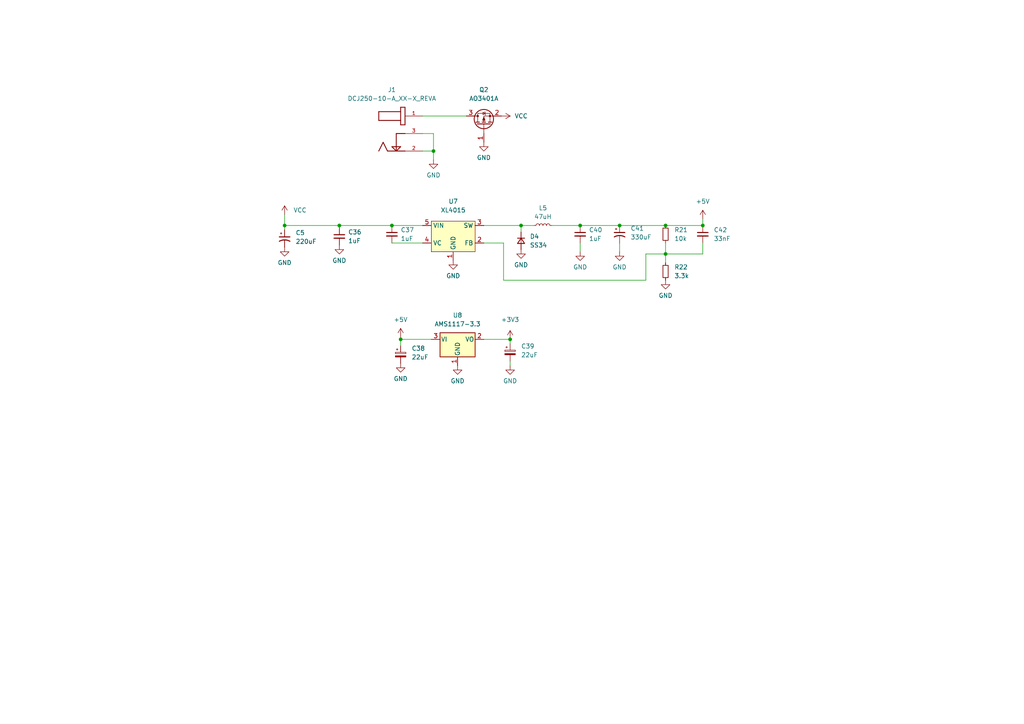
<source format=kicad_sch>
(kicad_sch (version 20211123) (generator eeschema)
  (paper "A4")
  (lib_symbols
    (symbol "DCJ250-10-A_XX-X_REVA:DCJ250-10-A_XX-X_REVA" (pin_names (offset 1.016) hide)
      (property "Reference" "J" (at -5.08 7.6454 0))
      (property "Value" "DCJ250-10-A_XX-X_REVA" (at -5.08 -7.62 0))
      (symbol "DCJ250-10-A_XX-X_REVA_0_0"
        (polyline (pts (xy -5.08 3.81) (xy 1.27 3.81)) (stroke (width 0.254)))
        (polyline (pts (xy -5.08 6.35) (xy -5.08 3.81)) (stroke (width 0.254)))
        (polyline (pts (xy -3.81 -2.54) (xy -5.08 -5.08)) (stroke (width 0.254)))
        (polyline (pts (xy -2.54 -5.08) (xy -3.81 -2.54)) (stroke (width 0.254)))
        (polyline (pts (xy -1.27 -3.81) (xy 1.27 -3.81)) (stroke (width 0.254)))
        (polyline (pts (xy 0 -5.08) (xy -2.54 -5.08)) (stroke (width 0.254)))
        (polyline (pts (xy 0 -5.08) (xy -1.27 -3.81)) (stroke (width 0.254)))
        (polyline (pts (xy 0 0) (xy 0 -5.08)) (stroke (width 0.254)))
        (polyline (pts (xy 1.27 -3.81) (xy 0 -5.08)) (stroke (width 0.254)))
        (polyline (pts (xy 1.27 2.54) (xy 2.54 2.54)) (stroke (width 0.254)))
        (polyline (pts (xy 1.27 3.81) (xy 1.27 2.54)) (stroke (width 0.254)))
        (polyline (pts (xy 1.27 6.35) (xy -5.08 6.35)) (stroke (width 0.254)))
        (polyline (pts (xy 1.27 6.35) (xy 1.27 3.81)) (stroke (width 0.254)))
        (polyline (pts (xy 1.27 7.62) (xy 1.27 6.35)) (stroke (width 0.254)))
        (polyline (pts (xy 2.54 -5.08) (xy 0 -5.08)) (stroke (width 0.254)))
        (polyline (pts (xy 2.54 0) (xy 0 0)) (stroke (width 0.254)))
        (polyline (pts (xy 2.54 2.54) (xy 2.54 7.62)) (stroke (width 0.254)))
        (polyline (pts (xy 2.54 7.62) (xy 1.27 7.62)) (stroke (width 0.254)))
        (pin passive line (at 7.62 5.08 180) (length 5.08) (name "~") (number "1"))
        (pin passive line (at 7.62 -5.08 180) (length 5.08) (name "~") (number "2"))
        (pin passive line (at 7.62 0 180) (length 5.08) (name "~") (number "3"))
      )
    )
    (symbol "Device:C_Polarized_Small" (pin_numbers hide) (pin_names (offset 0.254) hide)
      (property "Reference" "C" (at 0.254 1.778 0))
      (property "Value" "C_Polarized_Small" (at 0.254 -2.032 0))
      (symbol "C_Polarized_Small_0_1"
        (rectangle (start -1.524 -0.3048) (end 1.524 -0.6858) (fill (type outline)))
        (rectangle (start -1.524 0.6858) (end 1.524 0.3048))
        (polyline (pts (xy -1.27 1.524) (xy -0.762 1.524)))
        (polyline (pts (xy -1.016 1.27) (xy -1.016 1.778)))
      )
      (symbol "C_Polarized_Small_1_1"
        (pin passive line (at 0 2.54 270) (length 1.8542) (name "~") (number "1"))
        (pin passive line (at 0 -2.54 90) (length 1.8542) (name "~") (number "2"))
      )
    )
    (symbol "Device:C_Polarized_Small_US" (pin_numbers hide) (pin_names (offset 0.254) hide)
      (property "Reference" "C" (at 0.254 1.778 0))
      (property "Value" "C_Polarized_Small_US" (at 0.254 -2.032 0))
      (symbol "C_Polarized_Small_US_0_1"
        (polyline (pts (xy -1.524 0.508) (xy 1.524 0.508)) (stroke (width 0.3048)))
        (polyline (pts (xy -1.27 1.524) (xy -0.762 1.524)))
        (polyline (pts (xy -1.016 1.27) (xy -1.016 1.778)))
        (arc (start 1.524 -0.762) (mid 0 -0.3734) (end -1.524 -0.762) (stroke (width 0.3048)))
      )
      (symbol "C_Polarized_Small_US_1_1"
        (pin passive line (at 0 2.54 270) (length 2.032) (name "~") (number "1"))
        (pin passive line (at 0 -2.54 90) (length 2.032) (name "~") (number "2"))
      )
    )
    (symbol "Device:C_Small" (pin_numbers hide) (pin_names (offset 0.254) hide)
      (property "Reference" "C" (at 0.254 1.778 0))
      (property "Value" "C_Small" (at 0.254 -2.032 0))
      (symbol "C_Small_0_1"
        (polyline (pts (xy -1.524 -0.508) (xy 1.524 -0.508)) (stroke (width 0.3302)))
        (polyline (pts (xy -1.524 0.508) (xy 1.524 0.508)) (stroke (width 0.3048)))
      )
      (symbol "C_Small_1_1"
        (pin passive line (at 0 2.54 270) (length 2.032) (name "~") (number "1"))
        (pin passive line (at 0 -2.54 90) (length 2.032) (name "~") (number "2"))
      )
    )
    (symbol "Device:D_Small" (pin_numbers hide) (pin_names (offset 0.254) hide)
      (property "Reference" "D" (at -1.27 2.032 0))
      (property "Value" "D_Small" (at -3.81 -2.032 0))
      (symbol "D_Small_0_1"
        (polyline (pts (xy -0.762 -1.016) (xy -0.762 1.016)) (stroke (width 0.254)))
        (polyline (pts (xy -0.762 0) (xy 0.762 0)))
        (polyline (pts (xy 0.762 -1.016) (xy -0.762 0) (xy 0.762 1.016) (xy 0.762 -1.016)) (stroke (width 0.254)))
      )
      (symbol "D_Small_1_1"
        (pin passive line (at -2.54 0 0) (length 1.778) (name "K") (number "1"))
        (pin passive line (at 2.54 0 180) (length 1.778) (name "A") (number "2"))
      )
    )
    (symbol "Device:L_Small" (pin_numbers hide) (pin_names (offset 0.254) hide)
      (property "Reference" "L" (at 0.762 1.016 0))
      (property "Value" "L_Small" (at 0.762 -1.016 0))
      (symbol "L_Small_0_1"
        (arc (start 0 -2.032) (mid 0.508 -1.524) (end 0 -1.016))
        (arc (start 0 -1.016) (mid 0.508 -0.508) (end 0 0))
        (arc (start 0 0) (mid 0.508 0.508) (end 0 1.016))
        (arc (start 0 1.016) (mid 0.508 1.524) (end 0 2.032))
      )
      (symbol "L_Small_1_1"
        (pin passive line (at 0 2.54 270) (length 0.508) (name "~") (number "1"))
        (pin passive line (at 0 -2.54 90) (length 0.508) (name "~") (number "2"))
      )
    )
    (symbol "Device:R_Small" (pin_numbers hide) (pin_names (offset 0.254) hide)
      (property "Reference" "R" (at 0.762 0.508 0))
      (property "Value" "R_Small" (at 0.762 -1.016 0))
      (symbol "R_Small_0_1"
        (rectangle (start -0.762 1.778) (end 0.762 -1.778) (stroke (width 0.2032)))
      )
      (symbol "R_Small_1_1"
        (pin passive line (at 0 2.54 270) (length 0.762) (name "~") (number "1"))
        (pin passive line (at 0 -2.54 90) (length 0.762) (name "~") (number "2"))
      )
    )
    (symbol "Regulator_Linear:AMS1117-3.3" (pin_names (offset 0.254))
      (property "Reference" "U" (at -3.81 3.175 0))
      (property "Value" "AMS1117-3.3" (at 0 3.175 0))
      (symbol "AMS1117-3.3_0_1"
        (rectangle (start -5.08 -5.08) (end 5.08 1.905) (stroke (width 0.254)) (fill (type background)))
      )
      (symbol "AMS1117-3.3_1_1"
        (pin power_in line (at 0 -7.62 90) (length 2.54) (name "GND") (number "1"))
        (pin power_out line (at 7.62 0 180) (length 2.54) (name "VO") (number "2"))
        (pin power_in line (at -7.62 0 0) (length 2.54) (name "VI") (number "3"))
      )
    )
    (symbol "Transistor_FET:AO3401A" (pin_names hide)
      (property "Reference" "Q" (at 5.08 1.905 0))
      (property "Value" "AO3401A" (at 5.08 0 0))
      (symbol "AO3401A_0_1"
        (polyline (pts (xy 0.254 0) (xy -2.54 0)))
        (polyline (pts (xy 0.254 1.905) (xy 0.254 -1.905)) (stroke (width 0.254)))
        (polyline (pts (xy 0.762 -1.27) (xy 0.762 -2.286)) (stroke (width 0.254)))
        (polyline (pts (xy 0.762 0.508) (xy 0.762 -0.508)) (stroke (width 0.254)))
        (polyline (pts (xy 0.762 2.286) (xy 0.762 1.27)) (stroke (width 0.254)))
        (polyline (pts (xy 2.54 2.54) (xy 2.54 1.778)))
        (polyline (pts (xy 2.54 -2.54) (xy 2.54 0) (xy 0.762 0)))
        (polyline (pts (xy 0.762 1.778) (xy 3.302 1.778) (xy 3.302 -1.778) (xy 0.762 -1.778)))
        (polyline (pts (xy 2.286 0) (xy 1.27 0.381) (xy 1.27 -0.381) (xy 2.286 0)) (fill (type outline)))
        (polyline (pts (xy 2.794 -0.508) (xy 2.921 -0.381) (xy 3.683 -0.381) (xy 3.81 -0.254)))
        (polyline (pts (xy 3.302 -0.381) (xy 2.921 0.254) (xy 3.683 0.254) (xy 3.302 -0.381)))
        (circle (center 1.651 0) (radius 2.794) (stroke (width 0.254)))
        (circle (center 2.54 -1.778) (radius 0.254) (fill (type outline)))
        (circle (center 2.54 1.778) (radius 0.254) (fill (type outline)))
      )
      (symbol "AO3401A_1_1"
        (pin input line (at -5.08 0 0) (length 2.54) (name "G") (number "1"))
        (pin passive line (at 2.54 -5.08 90) (length 2.54) (name "S") (number "2"))
        (pin passive line (at 2.54 5.08 270) (length 2.54) (name "D") (number "3"))
      )
    )
    (symbol "myCustomLibs:XL4015"
      (property "Reference" "U" (at 0 7.62 0))
      (property "Value" "XL4015" (at 0 5.08 0))
      (symbol "XL4015_0_1"
        (rectangle (start -6.35 3.81) (end 6.35 -5.08) (fill (type background)))
      )
      (symbol "XL4015_1_1"
        (pin passive line (at 0 -7.62 90) (length 2.54) (name "GND") (number "1"))
        (pin passive line (at 8.89 -2.54 180) (length 2.54) (name "FB") (number "2"))
        (pin passive line (at 8.89 2.54 180) (length 2.54) (name "SW") (number "3"))
        (pin passive line (at -8.89 -2.54 0) (length 2.54) (name "VC") (number "4"))
        (pin passive line (at -8.89 2.54 0) (length 2.54) (name "VIN") (number "5"))
      )
    )
    (symbol "power:+3.3V" (power) (pin_names (offset 0))
      (property "Value" "+3.3V" (at 0 3.556 0))
      (symbol "+3.3V_0_1"
        (polyline (pts (xy -0.762 1.27) (xy 0 2.54)))
        (polyline (pts (xy 0 0) (xy 0 2.54)))
        (polyline (pts (xy 0 2.54) (xy 0.762 1.27)))
      )
      (symbol "+3.3V_1_1"
        (pin power_in line (at 0 0 90) (length 0) hide (name "+3V3") (number "1"))
      )
    )
    (symbol "power:+5V" (power) (pin_names (offset 0))
      (property "Value" "+5V" (at 0 3.556 0))
      (symbol "+5V_0_1"
        (polyline (pts (xy -0.762 1.27) (xy 0 2.54)))
        (polyline (pts (xy 0 0) (xy 0 2.54)))
        (polyline (pts (xy 0 2.54) (xy 0.762 1.27)))
      )
      (symbol "+5V_1_1"
        (pin power_in line (at 0 0 90) (length 0) hide (name "+5V") (number "1"))
      )
    )
    (symbol "power:GND" (power) (pin_names (offset 0))
      (property "Value" "GND" (at 0 -3.81 0))
      (symbol "GND_0_1"
        (polyline (pts (xy 0 0) (xy 0 -1.27) (xy 1.27 -1.27) (xy 0 -2.54) (xy -1.27 -1.27) (xy 0 -1.27)))
      )
      (symbol "GND_1_1"
        (pin power_in line (at 0 0 270) (length 0) hide (name "GND") (number "1"))
      )
    )
    (symbol "power:VCC" (power) (pin_names (offset 0))
      (property "Value" "VCC" (at 0 3.81 0))
      (symbol "VCC_0_1"
        (polyline (pts (xy -0.762 1.27) (xy 0 2.54)))
        (polyline (pts (xy 0 0) (xy 0 2.54)))
        (polyline (pts (xy 0 2.54) (xy 0.762 1.27)))
      )
      (symbol "VCC_1_1"
        (pin power_in line (at 0 0 90) (length 0) hide (name "VCC") (number "1"))
      )
    )
  )
  (junction (at 179.705 65.405))
  (junction (at 151.13 65.405))
  (junction (at 98.425 65.405))
  (junction (at 113.665 65.405))
  (junction (at 193.04 65.405))
  (junction (at 203.835 65.405))
  (junction (at 125.73 43.815))
  (junction (at 168.275 65.405))
  (junction (at 147.955 98.425))
  (junction (at 116.205 98.425))
  (junction (at 82.55 65.405))
  (junction (at 193.04 73.66))
  (wire (pts (xy 203.835 70.485) (xy 203.835 73.66)))
  (wire (pts (xy 125.73 38.735) (xy 125.73 43.815)))
  (wire (pts (xy 193.04 73.66) (xy 203.835 73.66)))
  (wire (pts (xy 193.04 73.66) (xy 187.325 73.66)))
  (wire (pts (xy 122.555 38.735) (xy 125.73 38.735)))
  (wire (pts (xy 82.55 65.405) (xy 82.55 66.675)))
  (wire (pts (xy 179.705 70.485) (xy 179.705 73.025)))
  (wire (pts (xy 140.335 98.425) (xy 147.955 98.425)))
  (wire (pts (xy 151.13 65.405) (xy 154.94 65.405)))
  (wire (pts (xy 193.04 73.66) (xy 193.04 76.2)))
  (wire (pts (xy 187.325 81.28) (xy 146.05 81.28)))
  (wire (pts (xy 160.02 65.405) (xy 168.275 65.405)))
  (wire (pts (xy 116.205 98.425) (xy 125.095 98.425)))
  (wire (pts (xy 113.665 70.485) (xy 122.555 70.485)))
  (wire (pts (xy 146.05 81.28) (xy 146.05 70.485)))
  (wire (pts (xy 122.555 33.655) (xy 135.255 33.655)))
  (wire (pts (xy 193.04 65.405) (xy 203.835 65.405)))
  (wire (pts (xy 122.555 43.815) (xy 125.73 43.815)))
  (wire (pts (xy 151.13 65.405) (xy 151.13 67.31)))
  (wire (pts (xy 203.835 63.5) (xy 203.835 65.405)))
  (wire (pts (xy 125.73 43.815) (xy 125.73 46.355)))
  (wire (pts (xy 98.425 65.405) (xy 113.665 65.405)))
  (wire (pts (xy 168.275 65.405) (xy 179.705 65.405)))
  (wire (pts (xy 98.425 65.405) (xy 98.425 66.04)))
  (wire (pts (xy 140.335 65.405) (xy 151.13 65.405)))
  (wire (pts (xy 82.55 62.23) (xy 82.55 65.405)))
  (wire (pts (xy 116.205 98.425) (xy 116.205 100.33)))
  (wire (pts (xy 113.665 65.405) (xy 122.555 65.405)))
  (wire (pts (xy 82.55 65.405) (xy 98.425 65.405)))
  (wire (pts (xy 193.04 70.485) (xy 193.04 73.66)))
  (wire (pts (xy 147.955 98.425) (xy 147.955 99.695)))
  (wire (pts (xy 116.205 97.79) (xy 116.205 98.425)))
  (wire (pts (xy 179.705 65.405) (xy 193.04 65.405)))
  (wire (pts (xy 187.325 73.66) (xy 187.325 81.28)))
  (wire (pts (xy 168.275 70.485) (xy 168.275 73.025)))
  (wire (pts (xy 147.955 104.775) (xy 147.955 106.045)))
  (wire (pts (xy 146.05 70.485) (xy 140.335 70.485)))
  (symbol (lib_id "Device:L_Small") (at 157.48 65.405 90) (unit 1)
    (property "Reference" "L5" (at 157.48 60.325 90))
    (property "Value" "47uH" (at 157.48 62.865 90))
    (property "Footprint" "Inductor_SMD:L_Bourns_SRR1260" (effects hide))
  )
  (symbol (lib_id "power:GND") (at 140.335 41.275 0) (unit 1)
    (property "Reference" "#PWR068" (effects hide))
    (property "Value" "GND" (at 140.335 45.72 0))
  )
  (symbol (lib_id "Transistor_FET:AO3401A") (at 140.335 36.195 90) (unit 1)
    (property "Reference" "Q2" (at 140.335 26.035 90))
    (property "Value" "AO3401A" (at 140.335 28.575 90))
    (property "Footprint" "Package_TO_SOT_SMD:SOT-23" (effects hide))
    (property "Datasheet" "http://www.aosmd.com/pdfs/datasheet/AO3401A.pdf" (effects hide))
  )
  (symbol (lib_id "Device:C_Polarized_Small_US") (at 179.705 67.945 0) (unit 1)
    (property "Reference" "C41" (at 182.88 66.2431 0) (effects (justify left)))
    (property "Value" "330uF" (at 182.88 68.7831 0) (effects (justify left)))
    (property "Footprint" "Capacitor_SMD:CP_Elec_8x10.5" (effects hide))
  )
  (symbol (lib_id "power:GND") (at 98.425 71.12 0) (unit 1)
    (property "Reference" "#PWR072" (effects hide))
    (property "Value" "GND" (at 98.425 75.565 0))
  )
  (symbol (lib_id "power:VCC") (at 145.415 33.655 270) (unit 1)
    (property "Reference" "#PWR069" (effects hide))
    (property "Value" "VCC" (at 149.225 33.6549 90) (effects (justify left)))
  )
  (symbol (lib_id "DCJ250-10-A_XX-X_REVA:DCJ250-10-A_XX-X_REVA") (at 114.935 38.735 0) (unit 1)
    (property "Reference" "J1" (at 113.665 26.035 0))
    (property "Value" "DCJ250-10-A_XX-X_REVA" (at 113.665 28.575 0))
    (property "Footprint" "Connector_BarrelJack:BarrelJack_Horizontal" (effects hide))
    (property "MANUFACTURER" "GCT" (effects hide))
  )
  (symbol (lib_id "Device:C_Small") (at 113.665 67.945 0) (unit 1)
    (property "Reference" "C37" (at 116.205 66.6812 0) (effects (justify left)))
    (property "Value" "1uF" (at 116.205 69.2212 0) (effects (justify left)))
    (property "Footprint" "Capacitor_SMD:C_0603_1608Metric" (effects hide))
  )
  (symbol (lib_id "Regulator_Linear:AMS1117-3.3") (at 132.715 98.425 0) (unit 1)
    (property "Reference" "U8" (at 132.715 91.44 0))
    (property "Value" "AMS1117-3.3" (at 132.715 93.98 0))
    (property "Footprint" "Package_TO_SOT_SMD:SOT-223-3_TabPin2" (effects hide))
    (property "Datasheet" "http://www.advanced-monolithic.com/pdf/ds1117.pdf" (effects hide))
  )
  (symbol (lib_id "Device:C_Polarized_Small_US") (at 82.55 69.215 0) (unit 1)
    (property "Reference" "C5" (at 85.725 67.5131 0) (effects (justify left)))
    (property "Value" "220uF" (at 85.725 70.0531 0) (effects (justify left)))
    (property "Footprint" "Capacitor_SMD:CP_Elec_8x10.5" (effects hide))
  )
  (symbol (lib_id "Device:C_Small") (at 98.425 68.58 0) (unit 1)
    (property "Reference" "C36" (at 100.965 67.3162 0) (effects (justify left)))
    (property "Value" "1uF" (at 100.965 69.8562 0) (effects (justify left)))
    (property "Footprint" "Capacitor_SMD:C_0603_1608Metric" (effects hide))
  )
  (symbol (lib_id "myCustomLibs:XL4015") (at 131.445 67.945 0) (unit 1)
    (property "Reference" "U7" (at 131.445 58.42 0))
    (property "Value" "XL4015" (at 131.445 60.96 0))
    (property "Footprint" "Package_TO_SOT_SMD:TO-263-5_TabPin6" (effects hide))
  )
  (symbol (lib_id "power:GND") (at 131.445 75.565 0) (unit 1)
    (property "Reference" "#PWR075" (effects hide))
    (property "Value" "GND" (at 131.445 80.01 0))
  )
  (symbol (lib_id "power:VCC") (at 82.55 62.23 0) (unit 1)
    (property "Reference" "#PWR070" (effects hide))
    (property "Value" "VCC" (at 85.09 60.9599 0) (effects (justify left)))
  )
  (symbol (lib_id "power:GND") (at 193.04 81.28 0) (unit 1)
    (property "Reference" "#PWR095" (effects hide))
    (property "Value" "GND" (at 193.04 85.725 0))
  )
  (symbol (lib_id "power:GND") (at 179.705 73.025 0) (unit 1)
    (property "Reference" "#PWR094" (effects hide))
    (property "Value" "GND" (at 179.705 77.47 0))
  )
  (symbol (lib_id "Device:R_Small") (at 193.04 78.74 0) (unit 1)
    (property "Reference" "R22" (at 195.58 77.4699 0) (effects (justify left)))
    (property "Value" "3.3k" (at 195.58 80.0099 0) (effects (justify left)))
    (property "Footprint" "Resistor_SMD:R_0603_1608Metric" (effects hide))
  )
  (symbol (lib_id "power:GND") (at 116.205 105.41 0) (unit 1)
    (property "Reference" "#PWR074" (effects hide))
    (property "Value" "GND" (at 116.205 109.855 0))
  )
  (symbol (lib_id "power:GND") (at 125.73 46.355 0) (unit 1)
    (property "Reference" "#PWR056" (effects hide))
    (property "Value" "GND" (at 125.73 50.8 0))
  )
  (symbol (lib_id "Device:C_Small") (at 203.835 67.945 0) (unit 1)
    (property "Reference" "C42" (at 207.01 66.6812 0) (effects (justify left)))
    (property "Value" "33nF" (at 207.01 69.2212 0) (effects (justify left)))
    (property "Footprint" "Capacitor_SMD:C_0603_1608Metric" (effects hide))
  )
  (symbol (lib_id "power:+3.3V") (at 147.955 98.425 0) (unit 1)
    (property "Reference" "#PWR077" (effects hide))
    (property "Value" "+3.3V" (at 147.955 92.71 0))
  )
  (symbol (lib_id "power:GND") (at 168.275 73.025 0) (unit 1)
    (property "Reference" "#PWR080" (effects hide))
    (property "Value" "GND" (at 168.275 77.47 0))
  )
  (symbol (lib_id "power:+5V") (at 203.835 63.5 0) (unit 1)
    (property "Reference" "#PWR096" (effects hide))
    (property "Value" "+5V" (at 203.835 58.42 0))
  )
  (symbol (lib_id "power:GND") (at 151.13 72.39 0) (unit 1)
    (property "Reference" "#PWR079" (effects hide))
    (property "Value" "GND" (at 151.13 76.835 0))
  )
  (symbol (lib_id "Device:C_Polarized_Small") (at 147.955 102.235 0) (unit 1)
    (property "Reference" "C39" (at 151.13 100.4188 0) (effects (justify left)))
    (property "Value" "22uF" (at 151.13 102.9588 0) (effects (justify left)))
    (property "Footprint" "Capacitor_Tantalum_SMD:CP_EIA-3216-10_Kemet-I" (effects hide))
  )
  (symbol (lib_id "Device:D_Small") (at 151.13 69.85 270) (unit 1)
    (property "Reference" "D4" (at 153.67 68.5799 90) (effects (justify left)))
    (property "Value" "SS34" (at 153.67 71.1199 90) (effects (justify left)))
    (property "Footprint" "Diode_SMD:D_SMA" (effects hide))
  )
  (symbol (lib_id "power:GND") (at 147.955 106.045 0) (unit 1)
    (property "Reference" "#PWR078" (effects hide))
    (property "Value" "GND" (at 147.955 110.49 0))
  )
  (symbol (lib_id "Device:R_Small") (at 193.04 67.945 0) (unit 1)
    (property "Reference" "R21" (at 195.58 66.6749 0) (effects (justify left)))
    (property "Value" "10k" (at 195.58 69.2149 0) (effects (justify left)))
    (property "Footprint" "Resistor_SMD:R_0603_1608Metric" (effects hide))
  )
  (symbol (lib_id "Device:C_Small") (at 168.275 67.945 0) (unit 1)
    (property "Reference" "C40" (at 170.815 66.6812 0) (effects (justify left)))
    (property "Value" "1uF" (at 170.815 69.2212 0) (effects (justify left)))
    (property "Footprint" "Capacitor_SMD:C_0603_1608Metric" (effects hide))
  )
  (symbol (lib_id "power:+5V") (at 116.205 97.79 0) (unit 1)
    (property "Reference" "#PWR073" (effects hide))
    (property "Value" "+5V" (at 116.205 92.71 0))
  )
  (symbol (lib_id "power:GND") (at 82.55 71.755 0) (unit 1)
    (property "Reference" "#PWR071" (effects hide))
    (property "Value" "GND" (at 82.55 76.2 0))
  )
  (symbol (lib_id "power:GND") (at 132.715 106.045 0) (unit 1)
    (property "Reference" "#PWR076" (effects hide))
    (property "Value" "GND" (at 132.715 110.49 0))
  )
  (symbol (lib_id "Device:C_Polarized_Small") (at 116.205 102.87 0) (unit 1)
    (property "Reference" "C38" (at 119.38 101.0538 0) (effects (justify left)))
    (property "Value" "22uF" (at 119.38 103.5938 0) (effects (justify left)))
    (property "Footprint" "Capacitor_Tantalum_SMD:CP_EIA-3216-10_Kemet-I" (effects hide))
  )
)
</source>
